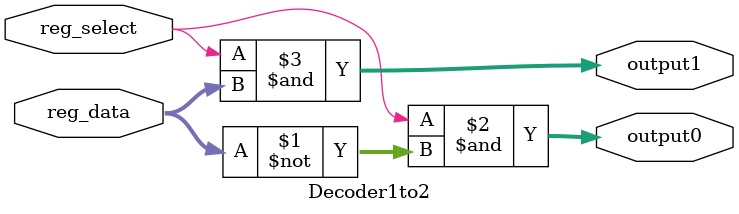
<source format=v>
module Decoder1to2 (
    input wire reg_select,
    input wire [15:0] reg_data,
    output wire [15:0] output1,
    output wire [15:0] output0
);

    assign output0 = reg_select & ~reg_data;
    assign output1 = reg_select & reg_data;

endmodule

</source>
